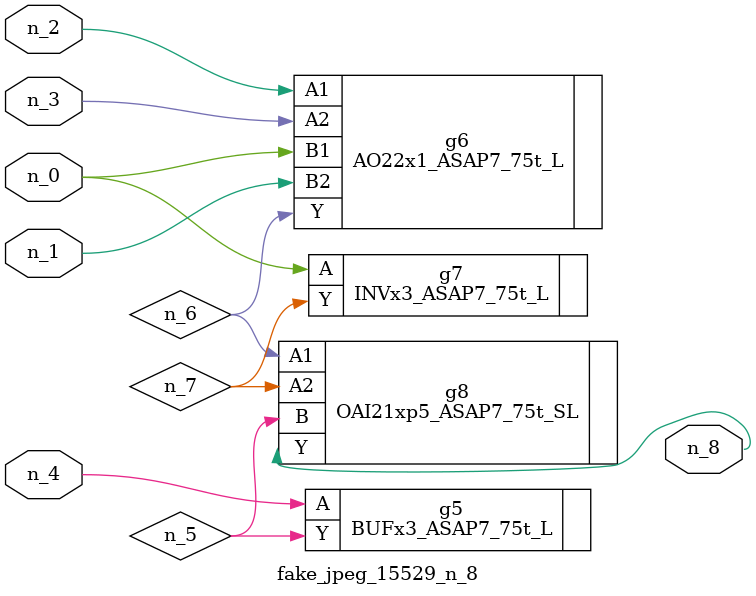
<source format=v>
module fake_jpeg_15529_n_8 (n_3, n_2, n_1, n_0, n_4, n_8);

input n_3;
input n_2;
input n_1;
input n_0;
input n_4;

output n_8;

wire n_6;
wire n_5;
wire n_7;

BUFx3_ASAP7_75t_L g5 ( 
.A(n_4),
.Y(n_5)
);

AO22x1_ASAP7_75t_L g6 ( 
.A1(n_2),
.A2(n_3),
.B1(n_0),
.B2(n_1),
.Y(n_6)
);

INVx3_ASAP7_75t_L g7 ( 
.A(n_0),
.Y(n_7)
);

OAI21xp5_ASAP7_75t_SL g8 ( 
.A1(n_6),
.A2(n_7),
.B(n_5),
.Y(n_8)
);


endmodule
</source>
